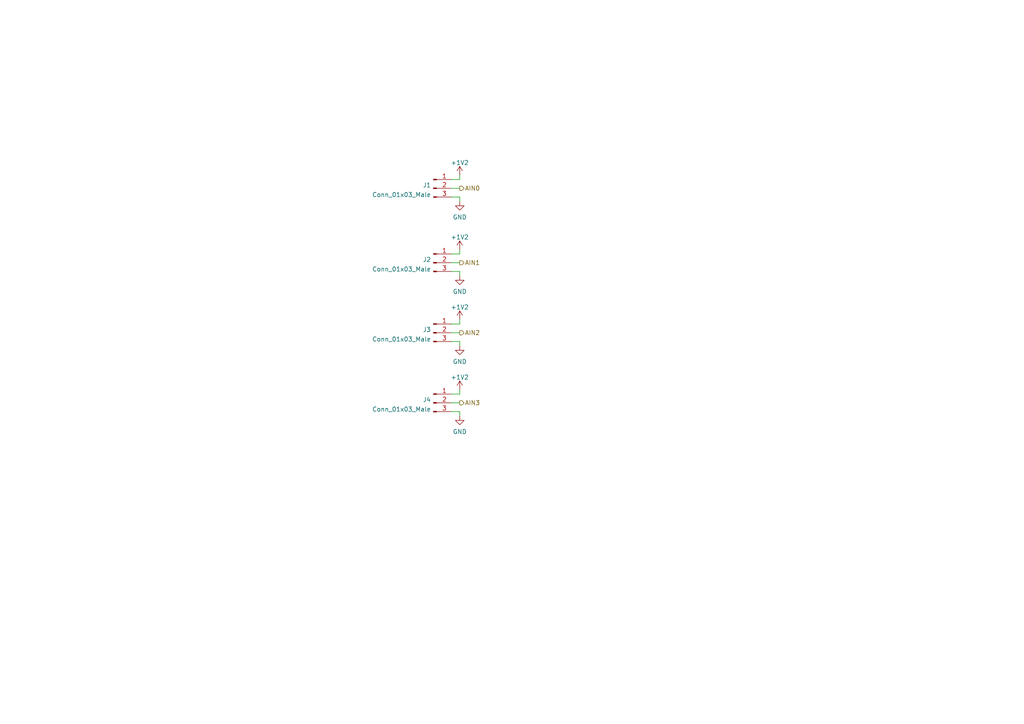
<source format=kicad_sch>
(kicad_sch (version 20211123) (generator eeschema)
  (paper "A4")
  (lib_symbols
    (symbol "Connector:Conn_01x03_Male" (pin_names (offset 1.016) hide)
      (property "Reference" "J" (at 0 5.08 0))
      (property "Value" "Conn_01x03_Male" (at 0 -5.08 0))
      (symbol "Conn_01x03_Male_1_1"
        (polyline (pts (xy 1.27 -2.54) (xy 0.8636 -2.54)) (stroke (width 0.1524)))
        (polyline (pts (xy 1.27 0) (xy 0.8636 0)) (stroke (width 0.1524)))
        (polyline (pts (xy 1.27 2.54) (xy 0.8636 2.54)) (stroke (width 0.1524)))
        (rectangle (start 0.8636 -2.413) (end 0 -2.667) (stroke (width 0.1524)) (fill (type outline)))
        (rectangle (start 0.8636 0.127) (end 0 -0.127) (stroke (width 0.1524)) (fill (type outline)))
        (rectangle (start 0.8636 2.667) (end 0 2.413) (stroke (width 0.1524)) (fill (type outline)))
        (pin passive line (at 5.08 2.54 180) (length 3.81) (name "Pin_1") (number "1"))
        (pin passive line (at 5.08 0 180) (length 3.81) (name "Pin_2") (number "2"))
        (pin passive line (at 5.08 -2.54 180) (length 3.81) (name "Pin_3") (number "3"))
      )
    )
    (symbol "power:+1V2" (power) (pin_names (offset 0))
      (property "Value" "+1V2" (at 0 3.556 0))
      (symbol "+1V2_0_1"
        (polyline (pts (xy -0.762 1.27) (xy 0 2.54)))
        (polyline (pts (xy 0 0) (xy 0 2.54)))
        (polyline (pts (xy 0 2.54) (xy 0.762 1.27)))
      )
      (symbol "+1V2_1_1"
        (pin power_in line (at 0 0 90) (length 0) hide (name "+1V2") (number "1"))
      )
    )
    (symbol "power:GND" (power) (pin_names (offset 0))
      (property "Value" "GND" (at 0 -3.81 0))
      (symbol "GND_0_1"
        (polyline (pts (xy 0 0) (xy 0 -1.27) (xy 1.27 -1.27) (xy 0 -2.54) (xy -1.27 -1.27) (xy 0 -1.27)))
      )
      (symbol "GND_1_1"
        (pin power_in line (at 0 0 270) (length 0) hide (name "GND") (number "1"))
      )
    )
  )
  (wire (pts (xy 133.35 114.3) (xy 130.81 114.3)))
  (wire (pts (xy 130.81 76.2) (xy 133.35 76.2)))
  (wire (pts (xy 133.35 72.39) (xy 133.35 73.66)))
  (wire (pts (xy 130.81 96.52) (xy 133.35 96.52)))
  (wire (pts (xy 133.35 119.38) (xy 130.81 119.38)))
  (wire (pts (xy 133.35 73.66) (xy 130.81 73.66)))
  (wire (pts (xy 133.35 92.71) (xy 133.35 93.98)))
  (wire (pts (xy 130.81 116.84) (xy 133.35 116.84)))
  (wire (pts (xy 133.35 100.33) (xy 133.35 99.06)))
  (wire (pts (xy 133.35 58.42) (xy 133.35 57.15)))
  (wire (pts (xy 133.35 93.98) (xy 130.81 93.98)))
  (wire (pts (xy 133.35 80.01) (xy 133.35 78.74)))
  (wire (pts (xy 133.35 99.06) (xy 130.81 99.06)))
  (wire (pts (xy 133.35 57.15) (xy 130.81 57.15)))
  (wire (pts (xy 133.35 52.07) (xy 130.81 52.07)))
  (wire (pts (xy 133.35 113.03) (xy 133.35 114.3)))
  (wire (pts (xy 130.81 54.61) (xy 133.35 54.61)))
  (wire (pts (xy 133.35 120.65) (xy 133.35 119.38)))
  (wire (pts (xy 133.35 50.8) (xy 133.35 52.07)))
  (wire (pts (xy 133.35 78.74) (xy 130.81 78.74)))
  (hierarchical_label "AIN2" (shape output) (at 133.35 96.52 0))
  (hierarchical_label "AIN0" (shape output) (at 133.35 54.61 0))
  (hierarchical_label "AIN3" (shape output) (at 133.35 116.84 0))
  (hierarchical_label "AIN1" (shape output) (at 133.35 76.2 0))
  (symbol (lib_id "power:+1V2") (at 133.35 50.8 0) (unit 1)
    (property "Reference" "#PWR0114" (effects hide))
    (property "Value" "+1V2" (at 133.35 47.1955 0))
  )
  (symbol (lib_id "power:GND") (at 133.35 100.33 0) (unit 1)
    (property "Reference" "#PWR0115" (effects hide))
    (property "Value" "GND" (at 133.35 104.8925 0))
  )
  (symbol (lib_id "power:+1V2") (at 133.35 92.71 0) (unit 1)
    (property "Reference" "#PWR0118" (effects hide))
    (property "Value" "+1V2" (at 133.35 89.1055 0))
  )
  (symbol (lib_id "Connector:Conn_01x03_Male") (at 125.73 76.2 0) (unit 1)
    (property "Reference" "J2" (at 125.0188 75.2915 0) (effects (justify right)))
    (property "Value" "Conn_01x03_Male" (at 125.0188 78.0666 0) (effects (justify right)))
    (property "Footprint" "Connector_PinHeader_2.54mm:PinHeader_1x03_P2.54mm_Vertical" (effects hide))
  )
  (symbol (lib_id "power:GND") (at 133.35 120.65 0) (unit 1)
    (property "Reference" "#PWR0113" (effects hide))
    (property "Value" "GND" (at 133.35 125.2125 0))
  )
  (symbol (lib_id "power:GND") (at 133.35 80.01 0) (unit 1)
    (property "Reference" "#PWR0117" (effects hide))
    (property "Value" "GND" (at 133.35 84.5725 0))
  )
  (symbol (lib_id "power:+1V2") (at 133.35 72.39 0) (unit 1)
    (property "Reference" "#PWR0111" (effects hide))
    (property "Value" "+1V2" (at 133.35 68.7855 0))
  )
  (symbol (lib_id "power:GND") (at 133.35 58.42 0) (unit 1)
    (property "Reference" "#PWR0112" (effects hide))
    (property "Value" "GND" (at 133.35 62.9825 0))
  )
  (symbol (lib_id "power:+1V2") (at 133.35 113.03 0) (unit 1)
    (property "Reference" "#PWR0116" (effects hide))
    (property "Value" "+1V2" (at 133.35 109.4255 0))
  )
  (symbol (lib_id "Connector:Conn_01x03_Male") (at 125.73 116.84 0) (unit 1)
    (property "Reference" "J4" (at 125.0188 115.9315 0) (effects (justify right)))
    (property "Value" "Conn_01x03_Male" (at 125.0188 118.7066 0) (effects (justify right)))
    (property "Footprint" "Connector_PinHeader_2.54mm:PinHeader_1x03_P2.54mm_Vertical" (effects hide))
  )
  (symbol (lib_id "Connector:Conn_01x03_Male") (at 125.73 96.52 0) (unit 1)
    (property "Reference" "J3" (at 125.0188 95.6115 0) (effects (justify right)))
    (property "Value" "Conn_01x03_Male" (at 125.0188 98.3866 0) (effects (justify right)))
    (property "Footprint" "Connector_PinHeader_2.54mm:PinHeader_1x03_P2.54mm_Vertical" (effects hide))
  )
  (symbol (lib_id "Connector:Conn_01x03_Male") (at 125.73 54.61 0) (unit 1)
    (property "Reference" "J1" (at 125.0188 53.7015 0) (effects (justify right)))
    (property "Value" "Conn_01x03_Male" (at 125.0188 56.4766 0) (effects (justify right)))
    (property "Footprint" "Connector_PinHeader_2.54mm:PinHeader_1x03_P2.54mm_Vertical" (effects hide))
  )
)
</source>
